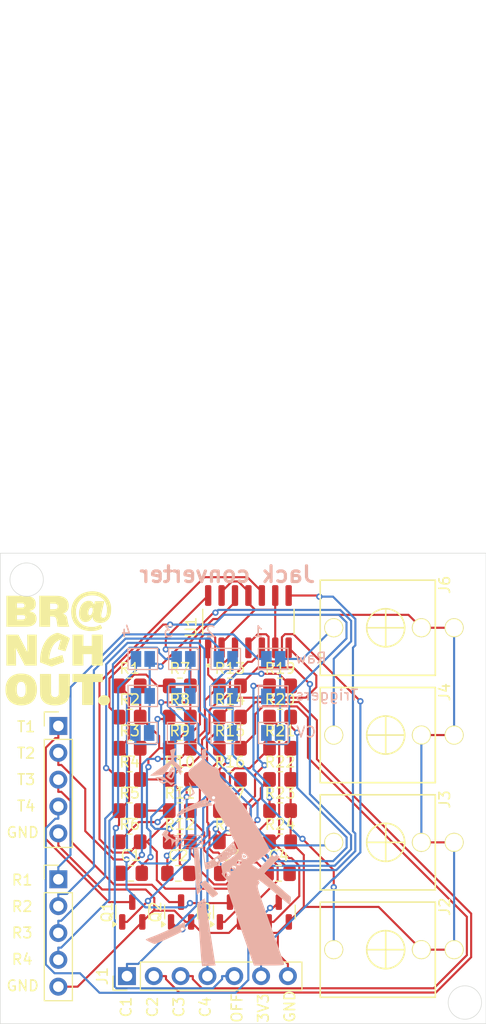
<source format=kicad_pcb>
(kicad_pcb (version 20240108) (generator "pcbnew") (generator_version "8.0")
  (layers (0 "F.Cu" signal) (31 "B.Cu" signal) (34 "B.Paste" user) (35 "F.Paste" user) (36 "B.SilkS" user "B.Silkscreen") (37 "F.SilkS" user "F.Silkscreen") (38 "B.Mask" user) (39 "F.Mask" user) (44 "Edge.Cuts" user))
  (net 0 "")
  (net 1 "Net-(C1-Pad2)")
  (net 2 "Net-(C1-Pad1)")
  (net 3 "Net-(C2-Pad1)")
  (net 4 "Net-(C2-Pad2)")
  (net 5 "Net-(C3-Pad2)")
  (net 6 "Net-(C3-Pad1)")
  (net 7 "Net-(C4-Pad1)")
  (net 8 "Net-(C4-Pad2)")
  (net 9 "/CV4_CVIN")
  (net 10 "GND")
  (net 11 "/3V3_CVIN")
  (net 12 "/CV2_CVIN")
  (net 13 "/OFFSET_CVIN")
  (net 14 "/CV1_CVIN")
  (net 15 "/CV3_CVIN")
  (net 16 "/JACK2")
  (net 17 "/JACK3")
  (net 18 "/JACK4")
  (net 19 "/JACK1")
  (net 20 "/RJACK3")
  (net 21 "/RJACK2")
  (net 22 "/RJACK1")
  (net 23 "/RJACK4")
  (net 24 "/TRIGINPUT3_TRIG")
  (net 25 "/TRIGINPUT4_TRIG")
  (net 26 "/TRIGINPUT2_TRIG")
  (net 27 "/TRIGINPUT1_TRIG")
  (net 28 "/TJACK1")
  (net 29 "/TJACK2")
  (net 30 "/TJACK3")
  (net 31 "/TJACK4")
  (net 32 "/CJACK1")
  (net 33 "/CJACK2")
  (net 34 "/CJACK3")
  (net 35 "/CJACK4")
  (net 36 "Net-(Q1-B)")
  (net 37 "Net-(Q2-B)")
  (net 38 "Net-(Q3-B)")
  (net 39 "Net-(Q4-B)")
  (footprint "Package_TO_SOT_SMD:SOT-23" (layer "F.Cu") (at 169.75 75.9375 90)
    (property "Reference" "Q3")
    (property "Value" "MMBT3904")
  )
  (footprint "Resistor_SMD:R_0805_2012Metric_Pad1.20x1.40mm_HandSolder" (layer "F.Cu") (at 165 66.35)
    (property "Reference" "R11")
    (property "Value" "33k")
  )
  (footprint "Capacitor_SMD:C_0805_2012Metric_Pad1.18x1.45mm_HandSolder" (layer "F.Cu") (at 174.3625 72.285)
    (property "Reference" "C4")
    (property "Value" "560p")
  )
  (footprint "Resistor_SMD:R_0805_2012Metric_Pad1.20x1.40mm_HandSolder" (layer "F.Cu") (at 174.5 57.5)
    (property "Reference" "R20")
    (property "Value" "100k")
  )
  (footprint "Resistor_SMD:R_0805_2012Metric_Pad1.20x1.40mm_HandSolder" (layer "F.Cu") (at 160.25 60.45)
    (property "Reference" "R3")
    (property "Value" "75k")
  )
  (footprint "Resistor_SMD:R_0805_2012Metric_Pad1.20x1.40mm_HandSolder" (layer "F.Cu") (at 160.25 66.35)
    (property "Reference" "R5")
    (property "Value" "75k")
  )
  (footprint "Connector_PinHeader_2.54mm:PinHeader_1x05_P2.54mm_Vertical" (layer "F.Cu") (at 153.5 58.34)
    (property "Reference" "J15" (hide yes))
    (property "Value" "Conn_01x05")
  )
  (footprint "Eurocad:PJ301M-12" (layer "F.Cu") (at 184.5 59.2 90)
    (property "Reference" "J4")
    (property "Value" "PJ301M-12")
  )
  (footprint "Eurocad:PJ301M-12" (layer "F.Cu") (at 184.5 79.5 90)
    (property "Reference" "J2")
    (property "Value" "PJ301M-12")
  )
  (footprint "Resistor_SMD:R_0805_2012Metric_Pad1.20x1.40mm_HandSolder" (layer "F.Cu") (at 165 54.55)
    (property "Reference" "R7")
    (property "Value" "75k")
  )
  (footprint "Resistor_SMD:R_0805_2012Metric_Pad1.20x1.40mm_HandSolder" (layer "F.Cu") (at 174.5 63.4)
    (property "Reference" "R22")
    (property "Value" "33k")
  )
  (footprint "Resistor_SMD:R_0805_2012Metric_Pad1.20x1.40mm_HandSolder" (layer "F.Cu") (at 165 69.3)
    (property "Reference" "R12")
    (property "Value" "33k")
  )
  (footprint "Resistor_SMD:R_0805_2012Metric_Pad1.20x1.40mm_HandSolder" (layer "F.Cu") (at 160.25 57.5)
    (property "Reference" "R2")
    (property "Value" "100k")
  )
  (footprint "Resistor_SMD:R_0805_2012Metric_Pad1.20x1.40mm_HandSolder" (layer "F.Cu") (at 169.75 57.5)
    (property "Reference" "R14")
    (property "Value" "100")
  )
  (footprint "Resistor_SMD:R_0805_2012Metric_Pad1.20x1.40mm_HandSolder" (layer "F.Cu") (at 169.75 63.4)
    (property "Reference" "R16")
    (property "Value" "100")
  )
  (footprint "LOGO" (layer "F.Cu") (at 153.5 51)
    (property "Reference" "G***" (hide yes))
    (property "Value" "LOGO" (hide yes))
  )
  (footprint "Resistor_SMD:R_0805_2012Metric_Pad1.20x1.40mm_HandSolder" (layer "F.Cu") (at 160.25 69.3)
    (property "Reference" "R6")
    (property "Value" "100k")
  )
  (footprint "Connector_PinHeader_2.54mm:PinHeader_1x05_P2.54mm_Vertical" (layer "F.Cu") (at 153.5 72.84)
    (property "Reference" "J10" (hide yes))
    (property "Value" "Conn_01x05")
  )
  (footprint "Package_TO_SOT_SMD:SOT-23" (layer "F.Cu") (at 160.5 75.9375 90)
    (property "Reference" "Q1")
    (property "Value" "MMBT3904")
  )
  (footprint "Package_TO_SOT_SMD:SOT-23" (layer "F.Cu") (at 174.375 75.9375 90)
    (property "Reference" "Q4")
    (property "Value" "MMBT3904")
  )
  (footprint "Connector_PinHeader_2.54mm:PinHeader_1x07_P2.54mm_Vertical" (layer "F.Cu") (at 160 82 90)
    (property "Reference" "J1")
    (property "Value" "Conn_01x07")
  )
  (footprint "Resistor_SMD:R_0805_2012Metric_Pad1.20x1.40mm_HandSolder" (layer "F.Cu") (at 169.75 69.3)
    (property "Reference" "R18")
    (property "Value" "100k")
  )
  (footprint "Resistor_SMD:R_0805_2012Metric_Pad1.20x1.40mm_HandSolder" (layer "F.Cu") (at 165 57.5)
    (property "Reference" "R8")
    (property "Value" "100k")
  )
  (footprint "Resistor_SMD:R_0805_2012Metric_Pad1.20x1.40mm_HandSolder" (layer "F.Cu") (at 165 60.45)
    (property "Reference" "R9")
    (property "Value" "33k")
  )
  (footprint "Resistor_SMD:R_0805_2012Metric_Pad1.20x1.40mm_HandSolder" (layer "F.Cu") (at 169.75 54.55)
    (property "Reference" "R13")
    (property "Value" "100")
  )
  (footprint "Resistor_SMD:R_0805_2012Metric_Pad1.20x1.40mm_HandSolder" (layer "F.Cu") (at 160.25 63.4)
    (property "Reference" "R4")
    (property "Value" "100k")
  )
  (footprint "Resistor_SMD:R_0805_2012Metric_Pad1.20x1.40mm_HandSolder" (layer "F.Cu") (at 174.5 69.3)
    (property "Reference" "R24")
    (property "Value" "33k")
  )
  (footprint "Resistor_SMD:R_0805_2012Metric_Pad1.20x1.40mm_HandSolder" (layer "F.Cu") (at 174.5 66.35)
    (property "Reference" "R23")
    (property "Value" "33k")
  )
  (footprint "Resistor_SMD:R_0805_2012Metric_Pad1.20x1.40mm_HandSolder" (layer "F.Cu") (at 174.5 60.45)
    (property "Reference" "R21")
    (property "Value" "33k")
  )
  (footprint "Package_TO_SOT_SMD:SOT-23" (layer "F.Cu") (at 165.125 75.9375 90)
    (property "Reference" "Q2")
    (property "Value" "MMBT3904")
  )
  (footprint "Capacitor_SMD:C_0805_2012Metric_Pad1.18x1.45mm_HandSolder" (layer "F.Cu") (at 169.8625 72.285)
    (property "Reference" "C3")
    (property "Value" "560p")
  )
  (footprint "Eurocad:PJ301M-12" (layer "F.Cu") (at 184.5 49.05 90)
    (property "Reference" "J6")
    (property "Value" "PJ301M-12")
  )
  (footprint "Eurocad:PJ301M-12" (layer "F.Cu") (at 184.5 69.35 90)
    (property "Reference" "J3")
    (property "Value" "PJ301M-12")
  )
  (footprint "Capacitor_SMD:C_0805_2012Metric_Pad1.18x1.45mm_HandSolder" (layer "F.Cu") (at 164.8625 72.285)
    (property "Reference" "C2")
    (property "Value" "560p")
  )
  (footprint "Capacitor_SMD:C_0805_2012Metric_Pad1.18x1.45mm_HandSolder" (layer "F.Cu") (at 160.3625 72.275)
    (property "Reference" "C1")
    (property "Value" "560p")
  )
  (footprint "Resistor_SMD:R_0805_2012Metric_Pad1.20x1.40mm_HandSolder" (layer "F.Cu") (at 169.75 66.35)
    (property "Reference" "R17")
    (property "Value" "100k")
  )
  (footprint "Resistor_SMD:R_0805_2012Metric_Pad1.20x1.40mm_HandSolder" (layer "F.Cu") (at 165 63.4)
    (property "Reference" "R10")
    (property "Value" "33k")
  )
  (footprint "Resistor_SMD:R_0805_2012Metric_Pad1.20x1.40mm_HandSolder" (layer "F.Cu") (at 160.25 54.55)
    (property "Reference" "R1")
    (property "Value" "75k")
  )
  (footprint "Resistor_SMD:R_0805_2012Metric_Pad1.20x1.40mm_HandSolder" (layer "F.Cu") (at 174.5 54.55)
    (property "Reference" "R19")
    (property "Value" "100k")
  )
  (footprint "Resistor_SMD:R_0805_2012Metric_Pad1.20x1.40mm_HandSolder" (layer "F.Cu") (at 169.75 60.45)
    (property "Reference" "R15")
    (property "Value" "100")
  )
  (footprint "OPA4172IDR:SOIC127P600X175-14N" (layer "F.Cu") (at 171.5 48.475 90)
    (property "Reference" "U1")
    (property "Value" "OPA4172IDR")
  )
  (footprint "Jumper:SolderJumper-2_P1.3mm_Open_Pad1.0x1.5mm" (layer "B.Cu") (at 165.35 52 180)
    (property "Reference" "JP3" (hide yes))
    (property "Value" "SolderJumper_2_Open")
  )
  (footprint "Jumper:SolderJumper-2_P1.3mm_Open_Pad1.0x1.5mm" (layer "B.Cu") (at 161.5 52 180)
    (property "Reference" "JP4" (hide yes))
    (property "Value" "SolderJumper_2_Open")
  )
  (footprint "Jumper:SolderJumper-2_P1.3mm_Open_Pad1.0x1.5mm" (layer "B.Cu") (at 161.45 59 180)
    (property "Reference" "JP12" (hide yes))
    (property "Value" "SolderJumper_2_Open")
  )
  (footprint "Jumper:SolderJumper-2_P1.3mm_Open_Pad1.0x1.5mm" (layer "B.Cu") (at 173.85 52 180)
    (property "Reference" "JP1" (hide yes))
    (property "Value" "SolderJumper_2_Open")
  )
  (footprint "Jumper:SolderJumper-2_P1.3mm_Open_Pad1.0x1.5mm" (layer "B.Cu") (at 173.85 59 180)
    (property "Reference" "JP9" (hide yes))
    (property "Value" "SolderJumper_2_Open")
  )
  (footprint "Jumper:SolderJumper-2_P1.3mm_Open_Pad1.0x1.5mm" (layer "B.Cu") (at 165.2256 59.0035 180)
    (property "Reference" "JP11" (hide yes))
    (property "Value" "SolderJumper_2_Open")
  )
  (footprint "Jumper:SolderJumper-2_P1.3mm_Open_Pad1.0x1.5mm" (layer "B.Cu") (at 165.35 55.5 180)
    (property "Reference" "JP7" (hide yes))
    (property "Value" "SolderJumper_2_Open")
  )
  (footprint "Jumper:SolderJumper-2_P1.3mm_Open_Pad1.0x1.5mm" (layer "B.Cu") (at 169.35 52 180)
    (property "Reference" "JP2" (hide yes))
    (property "Value" "SolderJumper_2_Open")
  )
  (footprint "Jumper:SolderJumper-2_P1.3mm_Open_Pad1.0x1.5mm" (layer "B.Cu") (at 161.5 55.5 180)
    (property "Reference" "JP8" (hide yes))
    (property "Value" "SolderJumper_2_Open")
  )
  (footprint "LOGO" (layer "B.Cu") (at 166 70.5 180)
    (property "Reference" "Jack converter")
    (property "Value" "LOGO" (hide yes))
  )
  (footprint "Jumper:SolderJumper-2_P1.3mm_Open_Pad1.0x1.5mm" (layer "B.Cu") (at 173.85 55.55 180)
    (property "Reference" "JP5" (hide yes))
    (property "Value" "SolderJumper_2_Open")
  )
  (footprint "Jumper:SolderJumper-2_P1.3mm_Open_Pad1.0x1.5mm" (layer "B.Cu") (at 169.35 55.5 180)
    (property "Reference" "JP6" (hide yes))
    (property "Value" "SolderJumper_2_Open")
  )
  (footprint "Jumper:SolderJumper-2_P1.3mm_Open_Pad1.0x1.5mm" (layer "B.Cu") (at 169.35 59 180)
    (property "Reference" "JP10" (hide yes))
    (property "Value" "SolderJumper_2_Open")
  )
  (gr_circle (center 192 84.5) (end 192.5 83) (stroke (width 0.05)) (fill none) (layer "Edge.Cuts"))
  (gr_rect (start 148 42) (end 194 86.5) (stroke (width 0.05)) (fill none) (layer "Edge.Cuts"))
  (gr_circle (center 150.5 44.5) (end 152 45) (stroke (width 0.05)) (fill none) (layer "Edge.Cuts"))
  (gr_text "3\n" (at 164.5 50 0) (layer "B.SilkS") (effects (font (size 1 1)) (justify left bottom mirror)))
  (gr_text "CV" (at 178 59.5 0) (layer "B.SilkS") (effects (font (size 1 1)) (justify left bottom mirror)))
  (gr_text "Triggers\n" (at 182 56 0) (layer "B.SilkS") (effects (font (size 1 1)) (justify left bottom mirror)))
  (gr_text "2\n" (at 168.5 50 0) (layer "B.SilkS") (effects (font (size 1 1)) (justify left bottom mirror)))
  (gr_text "1" (at 173 50 0) (layer "B.SilkS") (effects (font (size 1 1)) (justify left bottom mirror)))
  (gr_text "4" (at 160.5 50 0) (layer "B.SilkS") (effects (font (size 1 1)) (justify left bottom mirror)))
  (gr_text "Raw" (at 179 52.5 0) (layer "B.SilkS") (effects (font (size 1 1)) (justify left bottom mirror)))
  (gr_text "C3" (at 165.5 86 90) (layer "F.SilkS") (effects (font (size 1 1)) (justify left bottom)))
  (gr_text "T1" (at 149.5 59 0) (layer "F.SilkS") (effects (font (size 1 1)) (justify left bottom)))
  (gr_text "T4\n" (at 149.5 66.5 0) (layer "F.SilkS") (effects (font (size 1 1)) (justify left bottom)))
  (gr_text "GND\n" (at 176 86.5 90) (layer "F.SilkS") (effects (font (size 1 1)) (justify left bottom)))
  (gr_text "OFF\n" (at 171 86.5 90) (layer "F.SilkS") (effects (font (size 1 1)) (justify left bottom)))
  (gr_text "T3" (at 149.5 64 0) (layer "F.SilkS") (effects (font (size 1 1)) (justify left bottom)))
  (gr_text "R4\n" (at 149 81 0) (layer "F.SilkS") (effects (font (size 1 1)) (justify left bottom)))
  (gr_text "3V3" (at 173.5 86.5 90) (layer "F.SilkS") (effects (font (size 1 1)) (justify left bottom)))
  (gr_text "R3" (at 149 78.5 0) (layer "F.SilkS") (effects (font (size 1 1)) (justify left bottom)))
  (gr_text "GND" (at 148.5 83.5 0) (layer "F.SilkS") (effects (font (size 1 1)) (justify left bottom)))
  (gr_text "C1" (at 160.5 86 90) (layer "F.SilkS") (effects (font (size 1 1)) (justify left bottom)))
  (gr_text "R1\n" (at 149 73.5 0) (layer "F.SilkS") (effects (font (size 1 1)) (justify left bottom)))
  (gr_text "C4" (at 168 86 90) (layer "F.SilkS") (effects (font (size 1 1)) (justify left bottom)))
  (gr_text "C2" (at 163 86 90) (layer "F.SilkS") (effects (font (size 1 1)) (justify left bottom)))
  (gr_text "R2" (at 149 76 0) (layer "F.SilkS") (effects (font (size 1 1)) (justify left bottom)))
  (gr_text "GND\n" (at 148.5 69 0) (layer "F.SilkS") (effects (font (size 1 1)) (justify left bottom)))
  (gr_text "T2\n" (at 149.5 61.5 0) (layer "F.SilkS") (effects (font (size 1 1)) (justify left bottom)))
  (segment (start 163.0451 60.45) (end 163.0451 59.2951) (width 0.2) (layer "F.Cu") (net 1))
  (segment (start 163.0451 60.45) (end 164 60.45) (width 0.2) (layer "F.Cu") (net 1))
  (segment (start 170.23 51.3484) (end 169.3134 52.265) (width 0.2) (layer "F.Cu") (net 1))
  (segment (start 162.0283 61.4668) (end 163.0451 60.45) (width 0.2) (layer "F.Cu") (net 1))
  (segment (start 168.5886 52.265) (end 168.3577 52.0341) (width 0.2) (layer "F.Cu") (net 1))
  (segment (start 170.23 50.95) (end 170.23 51.3484) (width 0.2) (layer "F.Cu") (net 1))
  (segment (start 166.9058 58.1915) (end 166.1223 58.975) (width 0.2) (layer "F.Cu") (net 1))
  (segment (start 168.3577 49.9829) (end 168.0018 49.627) (width 0.2) (layer "F.Cu") (net 1))
  (segment (start 163.0451 59.2951) (end 161.25 57.5) (width 0.2) (layer "F.Cu") (net 1))
  (segment (start 168.3577 52.0341) (end 168.3577 49.9829) (width 0.2) (layer "F.Cu") (net 1))
  (segment (start 165.475 58.975) (end 164 60.45) (width 0.2) (layer "F.Cu") (net 1))
  (segment (start 161.25 57.5) (end 161.25 54.55) (width 0.2) (layer "F.Cu") (net 1))
  (segment (start 166.9058 50.086) (end 166.9058 58.1915) (width 0.2) (layer "F.Cu") (net 1))
  (segment (start 161.4 72.275) (end 161.4 71.5613) (width 0.2) (layer "F.Cu") (net 1))
  (segment (start 162.0283 62.2236) (end 162.0283 61.4668) (width 0.2) (layer "F.Cu") (net 1))
  (segment (start 166.1223 58.975) (end 165.475 58.975) (width 0.2) (layer "F.Cu") (net 1))
  (segment (start 169.3134 52.265) (end 168.5886 52.265) (width 0.2) (layer "F.Cu") (net 1))
  (segment (start 167.3648 49.627) (end 166.9058 50.086) (width 0.2) (layer "F.Cu") (net 1))
  (segment (start 168.0018 49.627) (end 167.3648 49.627) (width 0.2) (layer "F.Cu") (net 1))
  (segment (start 161.4 71.5613) (end 162.2253 70.736) (width 0.2) (layer "F.Cu") (net 1))
  (via (at 162.0283 62.2236) (size 0.6) (drill 0.3) (layers "F.Cu" "B.Cu") (net 1))
  (via (at 162.2253 70.736) (size 0.6) (drill 0.3) (layers "F.Cu" "B.Cu") (net 1))
  (segment (start 161.8903 67.9818) (end 162.2253 68.3168) (width 0.2) (layer "B.Cu") (net 1))
  (segment (start 161.8903 62.3616) (end 161.8903 67.9818) (width 0.2) (layer "B.Cu") (net 1))
  (segment (start 162.2253 68.3168) (end 162.2253 70.736) (width 0.2) (layer "B.Cu") (net 1))
  (segment (start 162.0283 62.2236) (end 161.8903 62.3616) (width 0.2) (layer "B.Cu") (net 1))
  (segment (start 167.3819 55.9181) (end 167.3819 58.7782) (width 0.2) (layer "F.Cu") (net 2))
  (segment (start 167.69 53.49) (end 168.75 54.55) (width 0.2) (layer "F.Cu") (net 2))
  (segment (start 164.9967 61.4533) (end 162.9151 61.4533) (width 0.2) (layer "F.Cu") (net 2))
  (segment (start 159.325 72.275) (end 159.6713 72.275) (width 0.2) (layer "F.Cu") (net 2))
  (segment (start 159.6713 72.275) (end 161.4135 70.5328) (width 0.2) (layer "F.Cu") (net 2))
  (segment (start 166 60.45) (end 164.9967 61.4533) (width 0.2) (layer "F.Cu") (net 2))
  (segment (start 167.69 50.95) (end 167.69 53.49) (width 0.2) (layer "F.Cu") (net 2))
  (segment (start 167.3819 58.7782) (end 166 60.1601) (width 0.2) (layer "F.Cu") (net 2))
  (segment (start 168.75 54.55) (end 167.3819 55.9181) (width 0.2) (layer "F.Cu") (net 2))
  (segment (start 166 60.1601) (end 166 60.45) (width 0.2) (layer "F.Cu") (net 2))
  (via (at 161.4135 70.5328) (size 0.6) (drill 0.3) (layers "F.Cu" "B.Cu") (net 2))
  (via (at 162.9151 61.4533) (size 0.6) (drill 0.3) (layers "F.Cu" "B.Cu") (net 2))
  (segment (start 161.4135 61.9842) (end 161.9444 61.4533) (width 0.2) (layer "B.Cu") (net 2))
  (segment (start 161.9444 61.4533) (end 162.9151 61.4533) (width 0.2) (layer "B.Cu") (net 2))
  (segment (start 161.4135 70.5328) (end 161.4135 61.9842) (width 0.2) (layer "B.Cu") (net 2))
  (segment (start 176.938 55.6658) (end 170.5842 55.6658) (width 0.2) (layer "F.Cu") (net 3))
  (segment (start 175.31 50.95) (end 177.9305 53.5705) (width 0.2) (layer "F.Cu") (net 3))
  (segment (start 167.5773 61.8227) (end 166 63.4) (width 0.2) (layer "F.Cu") (net 3))
  (segment (start 165.6535 63.7465) (end 165.6535 65.049) (width 0.2) (layer "F.Cu") (net 3))
  (segment (start 166 63.4) (end 165.6535 63.7465) (width 0.2) (layer "F.Cu") (net 3))
  (segment (start 177.9305 53.5705) (end 177.9305 54.6733) (width 0.2) (layer "F.Cu") (net 3))
  (segment (start 168.75 57.5) (end 168.75 58.6172) (width 0.2) (layer "F.Cu") (net 3))
  (segment (start 167.5773 59.7899) (end 167.5773 61.8227) (width 0.2) (layer "F.Cu") (net 3))
  (segment (start 168.75 58.6172) (end 167.5773 59.7899) (width 0.2) (layer "F.Cu") (net 3))
  (segment (start 163.7758 70.6167) (end 163.825 70.6659) (width 0.2) (layer "F.Cu") (net 3))
  (segment (start 163.825 70.6659) (end 163.825 72.285) (width 0.2) (layer "F.Cu") (net 3))
  (segment (start 170.5842 55.6658) (end 168.75 57.5) (width 0.2) (layer "F.Cu") (net 3))
  (segment (start 177.9305 54.6733) (end 176.938 55.6658) (width 0.2) (layer "F.Cu") (net 3))
  (via (at 163.7758 70.6167) (size 0.6) (drill 0.3) (layers "F.Cu" "B.Cu") (net 3))
  (via (at 165.6535 65.049) (size 0.6) (drill 0.3) (layers "F.Cu" "B.Cu") (net 3))
  (segment (start 165.6535 68.739) (end 163.7758 70.6167) (width 0.2) (layer "B.Cu") (net 3))
  (segment (start 165.6535 65.049) (end 165.6535 68.739) (width 0.2) (layer "B.Cu") (net 3))
  (segment (start 168.6238 56.025) (end 167.8163 56.8325) (width 0.2) (layer "F.Cu") (net 4))
  (segment (start 167.8163 56.8325) (end 167.8163 58.9474) (width 0.2) (layer "F.Cu") (net 4))
  (segment (start 172.77 50.95) (end 172.77 51.318) (width 0.2) (layer "F.Cu") (net 4))
  (segment (start 171.4419 52.2688) (end 169.75 53.9607) (width 0.2) (layer "F.Cu") (net 4))
  (segment (start 167.8163 58.9474) (end 167.1071 59.6566) (width 0.2) (layer "F.Cu") (net 4))
  (segment (start 161.25 60.45) (end 161.25 63.4) (width 0.2) (layer "F.Cu") (net 4))
  (segment (start 165.3465 62.0535) (end 164 63.4) (width 0.2) (layer "F.Cu") (net 4))
  (segment (start 169.75 55.1571) (end 168.8821 56.025) (width 0.2) (layer "F.Cu") (net 4))
  (segment (start 169.75 53.9607) (end 169.75 55.1571) (width 0.2) (layer "F.Cu") (net 4))
  (segment (start 164 63.4) (end 161.25 63.4) (width 0.2) (layer "F.Cu") (net 4))
  (segment (start 172.77 51.318) (end 171.8192 52.2688) (width 0.2) (layer "F.Cu") (net 4))
  (segment (start 164 63.4) (end 165 64.4) (width 0.2) (layer "F.Cu") (net 4))
  (segment (start 165 71.385) (end 165.9 72.285) (width 0.2) (layer "F.Cu") (net 4))
  (segment (start 167.1071 60.9741) (end 166.0277 62.0535) (width 0.2) (layer "F.Cu") (net 4))
  (segment (start 171.8192 52.2688) (end 171.4419 52.2688) (width 0.2) (layer "F.Cu") (net 4))
  (segment (start 167.1071 59.6566) (end 167.1071 60.9741) (width 0.2) (layer "F.Cu") (net 4))
  (segment (start 166.0277 62.0535) (end 165.3465 62.0535) (width 0.2) (layer "F.Cu") (net 4))
  (segment (start 165 64.4) (end 165 71.385) (width 0.2) (layer "F.Cu") (net 4))
  (segment (start 168.8821 56.025) (end 168.6238 56.025) (width 0.2) (layer "F.Cu") (net 4))
  (segment (start 162.827 70.2351) (end 162.827 72.9173) (width 0.2) (layer "F.Cu") (net 5))
  (segment (start 157.3978 69.0488) (end 158.6642 70.3152) (width 0.2) (layer "F.Cu") (net 5))
  (segment (start 161.25 69.3) (end 161.8919 69.3) (width 0.2) (layer "F.Cu") (net 5))
  (segment (start 161.8919 69.3) (end 164 67.1919) (width 0.2) (layer "F.Cu") (net 5))
  (segment (start 164 67.1919) (end 164 66.35) (width 0.2) (layer "F.Cu") (net 5))
  (segment (start 162.827 72.9173) (end 163.6427 73.733) (width 0.2) (layer "F.Cu") (net 5))
  (segment (start 172.77 45.6382) (end 171.4003 44.2685) (width 0.2) (layer "F.Cu") (net 5))
  (segment (start 158.6642 70.3152) (end 160.2348 70.3152) (width 0.2) (layer "F.Cu") (net 5))
  (segment (start 160.2348 70.3152) (end 161.25 69.3) (width 0.2) (layer "F.Cu") (net 5))
  (segment (start 172.77 46) (end 172.77 45.6382) (width 0.2) (layer "F.Cu") (net 5))
  (segment (start 157.3978 54.2079) (end 157.3978 69.0488) (width 0.2) (layer "F.Cu") (net 5))
  (segment (start 170.9 72.427) (end 170.9 72.285) (width 0.2) (layer "F.Cu") (net 5))
  (segment (start 167.3372 44.2685) (end 157.3978 54.2079) (width 0.2) (layer "F.Cu") (net 5))
  (segment (start 169.594 73.733) (end 170.9 72.427) (width 0.2) (layer "F.Cu") (net 5))
  (segment (start 163.6427 73.733) (end 169.594 73.733) (width 0.2) (layer "F.Cu") (net 5))
  (segment (start 161.8919 69.3) (end 162.827 70.2351) (width 0.2) (layer "F.Cu") (net 5))
  (segment (start 171.4003 44.2685) (end 167.3372 44.2685) (width 0.2) (layer "F.Cu") (net 5))
  (segment (start 161.25 66.35) (end 164 66.35) (width 0.2) (layer "F.Cu") (net 5))
  (segment (start 167.3157 70.0993) (end 168.2507 71.0343) (width 0.2) (layer "F.Cu") (net 6))
  (segment (start 166.9027 63.4445) (end 168.75 61.5972) (width 0.2) (layer "F.Cu") (net 6))
  (segment (start 175.31 46) (end 178.113 46) (width 0.2) (layer "F.Cu") (net 6))
  (segment (start 178.113 46) (end 178.2188 46.1058) (width 0.2) (layer "F.Cu") (net 6))
  (segment (start 166.9027 65.4473) (end 166.9027 63.4445) (width 0.2) (layer "F.Cu") (net 6))
  (segment (start 166 66.35) (end 166 67.0995) (width 0.2) (layer "F.Cu") (net 6))
  (segment (start 167.3157 68.4152) (end 167.3157 70.0993) (width 0.2) (layer "F.Cu") (net 6))
  (segment (start 168.5133 71.9733) (end 168.825 72.285) (width 0.2) (layer "F.Cu") (net 6))
  (segment (start 168.2507 71.0343) (end 168.5133 71.0343) (width 0.2) (layer "F.Cu") (net 6))
  (segment (start 168.75 61.5972) (end 168.75 60.45) (width 0.2) (layer "F.Cu") (net 6))
  (segment (start 168.5133 71.0343) (end 168.5133 71.9733) (width 0.2) (layer "F.Cu") (net 6))
  (segment (start 166 67.0995) (end 167.3157 68.4152) (width 0.2) (layer "F.Cu") (net 6))
  (segment (start 166 66.35) (end 166.9027 65.4473) (width 0.2) (layer "F.Cu") (net 6))
  (via (at 168.5133 71.0343) (size 0.6) (drill 0.3) (layers "F.Cu" "B.Cu") (net 6))
  (via (at 178.2188 46.1058) (size 0.6) (drill 0.3) (layers "F.Cu" "B.Cu") (net 6))
  (segment (start 181.6317 50.706) (end 181.6317 48.2316) (width 0.2) (layer "B.Cu") (net 6))
  (segment (start 181.3984 50.9393) (end 181.6317 50.706) (width 0.2) (layer "B.Cu") (net 6))
  (segment (start 181.6247 70.1724) (end 181.6247 68.515) (width 0.2) (layer "B.Cu") (net 6))
  (segment (start 168.5133 71.0343) (end 169.4515 71.9725) (width 0.2) (layer "B.Cu") (net 6))
  (segment (start 169.4515 71.9725) (end 179.8246 71.9725) (width 0.2) (layer "B.Cu") (net 6))
  (segment (start 181.3984 68.2887) (end 181.3984 50.9393) (width 0.2) (layer "B.Cu") (net 6))
  (segment (start 179.5059 46.1058) (end 178.2188 46.1058) (width 0.2) (layer "B.Cu") (net 6))
  (segment (start 179.8246 71.9725) (end 181.6247 70.1724) (width 0.2) (layer "B.Cu") (net 6))
  (segment (start 181.6247 68.515) (end 181.3984 68.2887) (width 0.2) (layer "B.Cu") (net 6))
  (segment (start 181.6317 48.2316) (end 179.5059 46.1058) (width 0.2) (layer "B.Cu") (net 6))
  (segment (start 168.75 63.4) (end 167.5979 64.5521) (width 0.2) (layer "F.Cu") (net 7))
  (segment (start 166 70.3433) (end 166 69.3) (width 0.2) (layer "F.Cu") (net 7))
  (segment (start 167.7103 68.2418) (end 167.8107 68.3422) (width 0.2) (layer "F.Cu") (net 7))
  (segment (start 163.6753 50.0147) (end 163.6753 51.0974) (width 0.2) (layer "F.Cu") (net 7))
  (segment (start 167.5979 64.5521) (end 167.5979 67.4304) (width 0.2) (layer "F.Cu") (net 7))
  (segment (start 168.1695 70.3172) (end 168.6471 70.3172) (width 0.2) (layer "F.Cu") (net 7))
  (segment (start 169.8257 72.8977) (end 169.3921 73.3313) (width 0.2) (layer "F.Cu") (net 7))
  (segment (start 169.8257 71.4958) (end 170.0764 71.2451) (width 0.2) (layer "F.Cu") (net 7))
  (segment (start 168.6471 70.3172) (end 169.8257 71.4958) (width 0.2) (layer "F.Cu") (net 7))
  (segment (start 167.5979 67.4304) (end 167.7103 67.5428) (width 0.2) (layer "F.Cu") (net 7))
  (segment (start 166.9155 71.2588) (end 166 70.3433) (width 0.2) (layer "F.Cu") (net 7))
  (segment (start 168.2551 73.3313) (end 166.9155 71.9917) (width 0.2) (layer "F.Cu") (net 7))
  (segment (start 167.69 46) (end 163.6753 50.0147) (width 0.2) (layer "F.Cu") (net 7))
  (segment (start 172.2851 71.2451) (end 173.325 72.285) (width 0.2) (layer "F.Cu") (net 7))
  (segment (start 166.9155 71.9917) (end 166.9155 71.2588) (width 0.2) (layer "F.Cu") (net 7))
  (segment (start 168.75 62.4459) (end 169.5498 61.6461) (width 0.2) (layer "F.Cu") (net 7))
  (segment (start 169.3921 73.3313) (end 168.2551 73.3313) (width 0.2) (layer "F.Cu") (net 7))
  (segment (start 167.8107 68.3422) (end 167.8107 69.9584) (width 0.2) (layer "F.Cu") (net 7))
  (segment (start 167.8107 69.9584) (end 168.1695 70.3172) (width 0.2) (layer "F.Cu") (net 7))
  (segment (start 170.0764 71.2451) (end 172.2851 71.2451) (width 0.2) (layer "F.Cu") (net 7))
  (segment (start 167.7103 67.5428) (end 167.7103 68.2418) (width 0.2) (layer "F.Cu") (net 7))
  (segment (start 169.8257 71.4958) (end 169.8257 72.8977) (width 0.2) (layer "F.Cu") (net 7))
  (segment (start 168.75 63.4) (end 168.75 62.4459) (width 0.2) (layer "F.Cu") (net 7))
  (via (at 163.6753 51.0974) (size 0.6) (drill 0.3) (layers "F.Cu" "B.Cu") (net 7))
  (via (at 169.5498 61.6461) (size 0.6) (drill 0.3) (layers "F.Cu" "B.Cu") (net 7))
  (segment (start 163.8244 50.9483) (end 163.6753 51.0974) (width 0.2) (layer "B.Cu") (net 7))
  (segment (start 167.5495 57.6915) (end 166.8017 56.9437) (width 0.2) (layer "B.Cu") (net 7))
  (segment (start 167.5495 59.6458) (end 167.5495 57.6915) (width 0.2) (layer "B.Cu") (net 7))
  (segment (start 166.8017 51.125) (end 166.625 50.9483) (width 0.2) (layer "B.Cu") (net 7))
  (segment (start 166.625 50.9483) (end 163.8244 50.9483) (width 0.2) (layer "B.Cu") (net 7))
  (segment (start 169.5498 61.6461) (end 167.5495 59.6458) (width 0.2) (layer "B.Cu") (net 7))
  (segment (start 166.8017 56.9437) (end 166.8017 51.125) (width 0.2) (layer "B.Cu") (net 7))
  (segment (start 168.6295 48.2254) (end 170.23 46.6249) (width 0.2) (layer "F.Cu") (net 8))
  (segment (start 166 56.109) (end 166 54.55) (width 0.2) (layer "F.Cu") (net 8))
  (segment (start 166 54.55) (end 166 50.3883) (width 0.2) (layer "F.Cu") (net 8))
  (segment (start 166 57.5) (end 166 56.109) (width 0.2) (layer "F.Cu") (net 8))
  (segment (start 166 50.3883) (end 168.1629 48.2254) (width 0.2) (layer "F.Cu") (net 8))
  (segment (start 166 56.109) (end 163.2358 56.109) (width 0.2) (layer "F.Cu") (net 8))
  (segment (start 175.4 71.977) (end 173.9443 70.5213) (width 0.2) (layer "F.Cu") (net 8))
  (segment (start 168.1629 48.2254) (end 168.6295 48.2254) (width 0.2) (layer "F.Cu") (net 8))
  (segment (start 170.23 46.6249) (end 170.23 46) (width 0.2) (layer "F.Cu") (net 8))
  (segment (start 164 68.1323) (end 164.0557 68.0766) (width 0.2) (layer "F.Cu") (net 8))
  (segment (start 175.4 72.285) (end 175.4 71.977) (width 0.2) (layer "F.Cu") (net 8))
  (segment (start 164 69.3) (end 164 68.1323) (width 0.2) (layer "F.Cu") (net 8))
  (via (at 163.2358 56.109) (size 0.6) (drill 0.3) (layers "F.Cu" "B.Cu") (net 8))
  (via (at 164.0557 68.0766) (size 0.6) (drill 0.3) (layers "F.Cu" "B.Cu") (net 8))
  (via (at 173.9443 70.5213) (size 0.6) (drill 0.3) (layers "F.Cu" "B.Cu") (net 8))
  (segment (start 162.2946 66.95) (end 162.2946 67.6993) (width 0.2) (layer "B.Cu") (net 8))
  (segment (start 163.2358 56.109) (end 163.2358 57.1117) (width 0.2) (layer "B.Cu") (net 8))
  (segment (start 163.5244 57.4003) (end 163.5244 65.7202) (width 0.2) (layer "B.Cu") (net 8))
  (segment (start 168.6702 64.1084) (end 170.6702 66.1084) (width 0.2) (layer "B.Cu") (net 8))
  (segment (start 162.2946 67.6993) (end 162.6719 68.0766) (width 0.2) (layer "B.Cu") (net 8))
  (segment (start 163.2358 57.1117) (end 163.5244 57.4003) (width 0.2) (layer "B.Cu") (net 8))
  (segment (start 170.6702 66.1084) (end 170.6702 66.9749) (width 0.2) (layer "B.Cu") (net 8))
  (segment (start 164.0557 68.0766) (end 165.0146 67.1177) (width 0.2) (layer "B.Cu") (net 8))
  (segment (start 165.7097 64.1084) (end 168.6702 64.1084) (width 0.2) (layer "B.Cu") (net 8))
  (segment (start 170.6702 66.9749) (end 173.9443 70.249) (width 0.2) (layer "B.Cu") (net 8))
  (segment (start 165.0146 67.1177) (end 165.0146 64.8035) (width 0.2) (layer "B.Cu") (net 8))
  (segment (start 165.0146 64.8035) (end 165.7097 64.1084) (width 0.2) (layer "B.Cu") (net 8))
  (segment (start 162.6719 68.0766) (end 164.0557 68.0766) (width 0.2) (layer "B.Cu") (net 8))
  (segment (start 163.5244 65.7202) (end 162.2946 66.95) (width 0.2) (layer "B.Cu") (net 8))
  (segment (start 173.9443 70.249) (end 173.9443 70.5213) (width 0.2) (layer "B.Cu") (net 8))
  (segment (start 170.75 64.316) (end 170.75 63.4) (width 0.2) (layer "F.Cu") (net 9))
  (segment (start 169.5939 68.007) (end 169.7499 67.851) (width 0.2) (layer "F.Cu") (net 9))
  (segment (start 169.7499 67.851) (end 169.7499 65.3161) (width 0.2) (layer "F.Cu") (net 9))
  (segment (start 169.7499 65.3161) (end 170.75 64.316) (width 0.2) (layer "F.Cu") (net 9))
  (via (at 169.5939 68.007) (size 0.6) (drill 0.3) (layers "F.Cu" "B.Cu") (net 9))
  (segment (start 167.62 69.9809) (end 169.5939 68.007) (width 0.2) (layer "B.Cu") (net 9))
  (segment (start 167.62 82) (end 167.62 80.8483) (width 0.2) (layer "B.Cu") (net 9))
  (segment (start 167.62 80.8483) (end 167.62 69.9809) (width 0.2) (layer "B.Cu") (net 9))
  (segment (start 174.2852 77.9148) (end 174.2852 79.8935) (width 0.2) (layer "F.Cu") (net 10))
  (segment (start 168.96 50.5079) (end 168.96 50.95) (width 0.2) (layer "F.Cu") (net 10))
  (segment (start 168.96 45.6453) (end 168.96 46) (width 0.2) (layer "F.Cu") (net 10))
  (segment (start 167.1148 77.9148) (end 169.6602 77.9148) (width 0.2) (layer "F.Cu") (net 10))
  (segment (start 162.5882 75.8116) (end 162.5134 75.8116) (width 0.2) (layer "F.Cu") (net 10))
  (segment (start 169.9351 44.6702) (end 168.96 45.6453) (width 0.2) (layer "F.Cu") (net 10))
  (segment (start 174.04 47.8291) (end 186.6591 47.8291) (width 0.2) (layer "F.Cu") (net 10))
  (segment (start 175.5 69.3) (end 175.5 66.35) (width 0.2) (layer "F.Cu") (net 10))
  (segment (start 174.04 47.8291) (end 174.04 47.3436) (width 0.2) (layer "F.Cu") (net 10))
  (segment (start 169.6602 77.9148) (end 170.7 76.875) (width 0.2) (layer "F.Cu") (net 10))
  (segment (start 175.5 60.45) (end 175.5 63.4) (width 0.2) (layer "F.Cu") (net 10))
  (segment (start 162.5134 75.8116) (end 161.45 76.875) (width 0.2) (layer "F.Cu") (net 10))
  (segment (start 170.5417 44.6702) (end 169.9351 44.6702) (width 0.2) (layer "F.Cu") (net 10))
  (segment (start 171.5 46.7193) (end 171.5 46) (width 0.2) (layer "F.Cu") (net 10))
  (segment (start 166.075 76.875) (end 165.5626 76.875) (width 0.2) (layer "F.Cu") (net 10))
  (segment (start 157.6592 73.8109) (end 153.5 69.6517) (width 0.2) (layer "F.Cu") (net 10))
  (segment (start 153.5 68.5) (end 153.5 69.6517) (width 0.2) (layer "F.Cu") (net 10))
  (segment (start 162.5882 75.8116) (end 162.5882 74.6262) (width 0.2) (layer "F.Cu") (net 10))
  (segment (start 162.5882 74.6262) (end 161.7729 73.8109) (width 0.2) (layer "F.Cu") (net 10))
  (segment (start 187.88 59.2) (end 190.98 59.2) (width 0.2) (layer "F.Cu") (net 10))
  (segment (start 174.2852 79.8935) (end 175.24 80.8483) (width 0.2) (layer "F.Cu") (net 10))
  (segment (start 174.2852 77.9148) (end 171.7398 77.9148) (width 0.2) (layer "F.Cu") (net 10))
  (segment (start 165.5626 76.875) (end 164.4992 75.8116) (width 0.2) (layer "F.Cu") (net 10))
  (segment (start 187.88 79.5) (end 190.98 79.5) (width 0.2) (layer "F.Cu") (net 10))
  (segment (start 171.7398 77.9148) (end 170.7 76.875) (width 0.2) (layer "F.Cu") (net 10))
  (segment (start 171.5 45.6285) (end 170.5417 44.6702) (width 0.2) (layer "F.Cu") (net 10))
  (segment (start 164.4992 75.8116) (end 162.5882 75.8116) (width 0.2) (layer "F.Cu") (net 10))
  (segment (start 172.1243 47.3436) (end 168.96 50.5079) (width 0.2) (layer "F.Cu") (net 10))
  (segment (start 166.075 76.875) (end 167.1148 77.9148) (width 0.2) (layer "F.Cu") (net 10))
  (segment (start 171.5 46) (end 171.5 45.6285) (width 0.2) (layer "F.Cu") (net 10))
  (segment (start 183.8352 75.4552) (end 187.88 79.5) (width 0.2) (layer "F.Cu") (net 10))
  (segment (start 175.24 82) (end 175.24 80.8483) (width 0.2) (layer "F.Cu") (net 10))
  (segment (start 172.1243 47.3436) (end 174.04 47.3436) (width 0.2) (layer "F.Cu") (net 10))
  (segment (start 174.04 47.8291) (end 174.04 50.95) (width 0.2) (layer "F.Cu") (net 10))
  (segment (start 175.325 76.875) (end 174.2852 77.9148) (width 0.2) (layer "F.Cu") (net 10))
  (segment (start 176.7448 75.4552) (end 183.8352 75.4552) (width 0.2) (layer "F.Cu") (net 10))
  (segment (start 176.7448 75.4552) (end 175.325 76.875) (width 0.2) (layer "F.Cu") (net 10))
  (segment (start 175.5 66.35) (end 175.5 63.4) (width 0.2) (layer "F.Cu") (net 10))
  (segment (start 176.7448 70.5448) (end 175.5 69.3) (width 0.2) (layer "F.Cu") (net 10))
  (segment (start 161.45 76.875) (end 155.325 83) (width 0.2) (layer "F.Cu") (net 10))
  (segment (start 186.6591 47.8291) (end 187.88 49.05) (width 0.2) (layer "F.Cu") (net 10))
  (segment (start 176.7448 75.4552) (end 176.7448 70.5448) (width 0.2) (layer "F.Cu") (net 10))
  (segment (start 155.325 83) (end 153.5 83) (width 0.2) (layer "F.Cu") (net 10))
  (segment (start 161.7729 73.8109) (end 157.6592 73.8109) (width 0.2) (layer "F.Cu") (net 10))
  (segment (start 174.04 47.3436) (end 174.04 46) (width 0.2) (layer "F.Cu") (net 10))
  (segment (start 187.88 69.35) (end 190.98 69.35) (width 0.2) (layer "F.Cu") (net 10))
  (segment (start 172.1243 47.3436) (end 171.5 46.7193) (width 0.2) (layer "F.Cu") (net 10))
  (segment (start 190.98 49.05) (end 187.88 49.05) (width 0.2) (layer "F.Cu") (net 10))
  (segment (start 187.88 59.2) (end 187.88 69.35) (width 0.2) (layer "B.Cu") (net 10))
  (segment (start 190.98 49.05) (end 190.98 59.2) (width 0.2) (layer "B.Cu") (net 10))
  (segment (start 190.98 69.35) (end 190.98 79.5) (width 0.2) (layer "B.Cu") (net 10))
  (segment (start 171.5 50.95) (end 171.5 50.5482) (width 0.2) (layer "F.Cu") (net 11))
  (segment (start 173.1691 49.6627) (end 173.405 49.8986) (width 0.2) (layer "F.Cu") (net 11))
  (segment (start 174.9603 49.6538) (end 175.753 49.6538) (width 0.2) (layer "F.Cu") (net 11))
  (segment (start 173.405 52.0149) (end 173.6294 52.2393) (width 0.2) (layer "F.Cu") (net 11))
  (segment (start 173.6294 52.2393) (end 174.4659 52.2393) (width 0.2) (layer "F.Cu") (net 11))
  (segment (start 174.675 49.9391) (end 174.9603 49.6538) (width 0.2) (layer "F.Cu") (net 11))
  (segment (start 171.5 50.5482) (end 172.3855 49.6627) (width 0.2) (layer "F.Cu") (net 11))
  (segment (start 172.3855 49.6627) (end 173.1691 49.6627) (width 0.2) (layer "F.Cu") (net 11))
  (segment (start 173.405 49.8986) (end 173.405 52.0149) (width 0.2) (layer "F.Cu") (net 11))
  (segment (start 175.753 49.6538) (end 182.1039 56.0047) (width 0.2) (layer "F.Cu") (net 11))
  (segment (start 174.675 52.0302) (end 174.675 49.9391) (width 0.2) (layer "F.Cu") (net 11))
  (segment (start 174.4659 52.2393) (end 174.675 52.0302) (width 0.2) (layer "F.Cu") (net 11))
  (via (at 182.1039 56.0047) (size 0.6) (drill 0.3) (layers "F.Cu" "B.Cu") (net 11))
  (segment (start 172.7 79.6175) (end 179.5471 72.7704) (width 0.2) (layer "B.Cu") (net 11))
  (segment (start 179.5471 72.7704) (end 179.6282 72.7704) (width 0.2) (layer "B.Cu") (net 11))
  (segment (start 172.7 82) (end 172.7 79.6175) (width 0.2) (layer "B.Cu") (net 11))
  (segment (start 179.6282 72.7704) (end 182.1039 70.2947) (width 0.2) (layer "B.Cu") (net 11))
  (segment (start 182.1039 70.2947) (end 182.1039 56.0047) (width 0.2) (layer "B.Cu") (net 11))
  (segment (start 163.6917 82.2879) (end 164.9591 83.5553) (width 0.2) (layer "F.Cu") (net 12))
  (segment (start 164.9591 83.5553) (end 189.2489 83.5553) (width 0.2) (layer "F.Cu") (net 12))
  (segment (start 189.2489 83.5553) (end 192.5953 80.2089) (width 0.2) (layer "F.Cu") (net 12))
  (segment (start 162.54 82) (end 163.6917 82) (width 0.2) (layer "F.Cu") (net 12))
  (segment (start 192.5953 76.0899) (end 177.99 61.4846) (width 0.2) (layer "F.Cu") (net 12))
  (segment (start 163.6917 82) (end 163.6917 82.2879) (width 0.2) (layer "F.Cu") (net 12))
  (segment (start 177.99 61.4846) (end 177.99 57.8003) (width 0.2) (layer "F.Cu") (net 12))
  (segment (start 172.1701 56.0799) (end 170.75 57.5) (width 0.2) (layer "F.Cu") (net 12))
  (segment (start 192.5953 80.2089) (end 192.5953 76.0899) (width 0.2) (layer "F.Cu") (net 12))
  (segment (start 177.99 57.8003) (end 176.2696 56.0799) (width 0.2) (layer "F.Cu") (net 12))
  (segment (start 176.2696 56.0799) (end 172.1701 56.0799) (width 0.2) (layer "F.Cu") (net 12))
  (segment (start 158.9437 68.003) (end 159.25 67.6967) (width 0.2) (layer "F.Cu") (net 13))
  (segment (start 161.813 53.4813) (end 162.8817 54.55) (width 0.2) (layer "F.Cu") (net 13))
  (segment (start 160.1801 55.4549) (end 159.4449 54.7196) (width 0.2) (layer "F.Cu") (net 13))
  (segment (start 159.25 60.45) (end 160.1801 59.5199) (width 0.2) (layer "F.Cu") (net 13))
  (segment (start 159.25 66.35) (end 160.1875 65.4125) (width 0.2) (layer "F.Cu") (net 13))
  (segment (start 160.1801 59.5199) (end 160.1801 55.4549) (width 0.2) (layer "F.Cu") (net 13))
  (segment (start 160.1875 61.3875) (end 159.25 60.45) (width 0.2) (layer "F.Cu") (net 13))
  (segment (start 160.6832 53.4813) (end 161.813 53.4813) (width 0.2) (layer "F.Cu") (net 13))
  (segment (start 162.8817 54.55) (end 164 54.55) (width 0.2) (layer "F.Cu") (net 13))
  (segment (start 159.4449 54.7196) (end 160.6832 53.4813) (width 0.2) (layer "F.Cu") (net 13))
  (segment (start 160.1875 65.4125) (end 160.1875 61.3875) (width 0.2) (layer "F.Cu") (net 13))
  (segment (start 159.2752 54.55) (end 159.25 54.55) (width 0.2) (layer "F.Cu") (net 13))
  (segment (start 159.25 67.6967) (end 159.25 66.35) (width 0.2) (layer "F.Cu") (net 13))
  (segment (start 159.4449 54.7196) (end 159.2752 54.55) (width 0.2) (layer "F.Cu") (net 13))
  (via (at 158.9437 68.003) (size 0.6) (drill 0.3) (layers "F.Cu" "B.Cu") (net 13))
  (segment (start 169.0083 82) (end 169.0083 82.288) (width 0.2) (layer "B.Cu") (net 13))
  (segment (start 170.16 82) (end 169.0083 82) (width 0.2) (layer "B.Cu") (net 13))
  (segment (start 158.8483 68.0984) (end 158.9437 68.003) (width 0.2) (layer "B.Cu") (net 13))
  (segment (start 158.9949 83.1517) (end 158.8483 83.0051) (width 0.2) (layer "B.Cu") (net 13))
  (segment (start 169.0083 82.288) (end 168.1446 83.1517) (width 0.2) (layer "B.Cu") (net 13))
  (segment (start 168.1446 83.1517) (end 158.9949 83.1517) (width 0.2) (layer "B.Cu") (net 13))
  (segment (start 158.8483 83.0051) (end 158.8483 68.0984) (width 0.2) (layer "B.Cu") (net 13))
  (segment (start 175.7406 52.7997) (end 172.4157 52.7997) (width 0.2) (layer "F.Cu") (net 14))
  (segment (start 172.4157 52.7997) (end 170.75 54.4654) (width 0.2) (layer "F.Cu") (net 14))
  (segment (start 177.321 54.3801) (end 175.7406 52.7997) (width 0.2) (layer "F.Cu") (net 14))
  (segment (start 170.75 54.4654) (end 170.75 54.55) (width 0.2) (layer "F.Cu") (net 14))
  (via (at 177.321 54.3801) (size 0.6) (drill 0.3) (layers "F.Cu" "B.Cu") (net 14))
  (segment (start 167.6183 67.9737) (end 167.6183 68.6909) (width 0.2) (layer "B.Cu") (net 14))
  (segment (start 166.3498 69.9594) (end 166.3498 70.492) (width 0.2) (layer "B.Cu") (net 14))
  (segment (start 170.2103 68.2093) (end 170.2103 67.7149) (width 0.2) (layer "B.Cu") (net 14))
  (segment (start 177.321 54.3801) (end 177.321 64.7793) (width 0.2) (layer "B.Cu") (net 14))
  (segment (start 170.2103 67.7149) (end 169.8864 67.391) (width 0.2) (layer "B.Cu") (net 14))
  (segment (start 168.201 67.391) (end 167.6183 67.9737) (width 0.2) (layer "B.Cu") (net 14))
  (segment (start 181.2215 68.6798) (end 181.2215 70.0055) (width 0.2) (layer "B.Cu") (net 14))
  (segment (start 160 82) (end 160 80.8483) (width 0.2) (layer "B.Cu") (net 14))
  (segment (start 179.663 71.564) (end 173.565 71.564) (width 0.2) (layer "B.Cu") (net 14))
  (segment (start 166.5999 75.3162) (end 161.0678 80.8483) (width 0.2) (layer "B.Cu") (net 14))
  (segment (start 177.321 64.7793) (end 181.2215 68.6798) (width 0.2) (layer "B.Cu") (net 14))
  (segment (start 169.8864 67.391) (end 168.201 67.391) (width 0.2) (layer "B.Cu") (net 14))
  (segment (start 181.2215 70.0055) (end 179.663 71.564) (width 0.2) (layer "B.Cu") (net 14))
  (segment (start 167.6183 68.6909) (end 166.3498 69.9594) (width 0.2) (layer "B.Cu") (net 14))
  (segment (start 161.0678 80.8483) (end 160 80.8483) (width 0.2) (layer "B.Cu") (net 14))
  (segment (start 166.3498 70.492) (end 166.5999 70.7421) (width 0.2) (layer "B.Cu") (net 14))
  (segment (start 173.565 71.564) (end 170.2103 68.2093) (width 0.2) (layer "B.Cu") (net 14))
  (segment (start 166.5999 70.7421) (end 166.5999 75.3162) (width 0.2) (layer "B.Cu") (net 14))
  (segment (start 166.2317 82.288) (end 167.0954 83.1517) (width 0.2) (layer "F.Cu") (net 15))
  (segment (start 192.1869 80.0198) (end 192.1869 76.3908) (width 0.2) (layer "F.Cu") (net 15))
  (segment (start 189.055 83.1517) (end 192.1869 80.0198) (width 0.2) (layer "F.Cu") (net 15))
  (segment (start 167.0954 83.1517) (end 189.055 83.1517) (width 0.2) (layer "F.Cu") (net 15))
  (segment (start 177.1371 61.341) (end 177.1371 57.5366) (width 0.2) (layer "F.Cu") (net 15))
  (segment (start 172.8767 56.4894) (end 172.125 57.2411) (width 0.2) (layer "F.Cu") (net 15))
  (segment (start 172.125 57.2411) (end 172.125 59.075) (width 0.2) (layer "F.Cu") (net 15))
  (segment (start 176.0899 56.4894) (end 172.8767 56.4894) (width 0.2) (layer "F.Cu") (net 15))
  (segment (start 172.125 59.075) (end 170.75 60.45) (width 0.2) (layer "F.Cu") (net 15))
  (segment (start 165.08 82) (end 166.2317 82) (width 0.2) (layer "F.Cu") (net 15))
  (segment (start 177.1371 57.5366) (end 176.0899 56.4894) (width 0.2) (layer "F.Cu") (net 15))
  (segment (start 192.1869 76.3908) (end 177.1371 61.341) (width 0.2) (layer "F.Cu") (net 15))
  (segment (start 166.2317 82) (end 166.2317 82.288) (width 0.2) (layer "F.Cu") (net 15))
  (segment (start 176.6193 69.0156) (end 179.58 71.9763) (width 0.2) (layer "F.Cu") (net 16))
  (segment (start 179.58 71.9763) (end 179.58 73.5914) (width 0.2) (layer "F.Cu") (net 16))
  (via (at 179.58 73.5914) (size 0.6) (drill 0.3) (layers "F.Cu" "B.Cu") (net 16))
  (via (at 176.6193 69.0156) (size 0.6) (drill 0.3) (layers "F.Cu" "B.Cu") (net 16))
  (segment (start 170 61.1035) (end 172.7936 63.8971) (width 0.2) (layer "B.Cu") (net 16))
  (segment (start 170 53.0517) (end 169.4564 53.0517) (width 0.2) (layer "B.Cu") (net 16))
  (segment (start 170 59) (end 170 56.5937) (width 0.2) (layer "B.Cu") (net 16))
  (segment (start 170 59) (end 170 61.1035) (width 0.2) (layer "B.Cu") (net 16))
  (segment (start 167.8983 56.375) (end 168.117 56.5937) (width 0.2) (layer "B.Cu") (net 16))
  (segment (start 168.117 56.5937) (end 170 56.5937) (width 0.2) (layer "B.Cu") (net 16))
  (segment (start 172.7936 65.2739) (end 176.5353 69.0156) (width 0.2) (layer "B.Cu") (net 16))
  (segment (start 169.4564 53.0517) (end 167.8983 54.6098) (width 0.2) (layer "B.Cu") (net 16))
  (segment (start 172.7936 63.8971) (end 172.7936 65.2739) (width 0.2) (layer "B.Cu") (net 16))
  (segment (start 179.58 79.5) (end 179.58 73.5914) (width 0.2) (layer "B.Cu") (net 16))
  (segment (start 167.8983 54.6098) (end 167.8983 56.375) (width 0.2) (layer "B.Cu") (net 16))
  (segment (start 170 56.5937) (end 170 55.5) (width 0.2) (layer "B.Cu") (net 16))
  (segment (start 170 52) (end 170 53.0517) (width 0.2) (layer "B.Cu") (net 16))
  (segment (start 176.5353 69.0156) (end 176.6193 69.0156) (width 0.2) (layer "B.Cu") (net 16))
  (segment (start 164.1471 54.3549) (end 165.9066 54.3549) (width 0.2) (layer "B.Cu") (net 17))
  (segment (start 165.8756 57.9518) (end 165.3799 57.9518) (width 0.2) (layer "B.Cu") (net 17))
  (segment (start 166 54.4483) (end 165.9066 54.3549) (width 0.2) (layer "B.Cu") (net 17))
  (segment (start 163.8636 56.4355) (end 163.8636 54.6384) (width 0.2) (layer "B.Cu") (net 17))
  (segment (start 166 52) (end 166 53.0517) (width 0.2) (layer "B.Cu") (net 17))
  (segment (start 171.7315 65.9111) (end 171.7315 67.4427) (width 0.2) (layer "B.Cu") (net 17))
  (segment (start 179.2936 69.6364) (end 179.58 69.35) (width 0.2) (layer "B.Cu") (net 17))
  (segment (start 165.9066 54.3549) (end 165.9066 53.1451) (width 0.2) (layer "B.Cu") (net 17))
  (segment (start 165.8756 60.0552) (end 171.7315 65.9111) (width 0.2) (layer "B.Cu") (net 17))
  (segment (start 165.8756 58.4776) (end 165.8756 59.0035) (width 0.2) (layer "B.Cu") (net 17))
  (segment (start 171.7315 67.4427) (end 173.9252 69.6364) (width 0.2) (layer "B.Cu") (net 17))
  (segment (start 165.8756 58.4776) (end 165.8756 57.9518) (width 0.2) (layer "B.Cu") (net 17))
  (segment (start 165.8756 59.0035) (end 165.8756 60.0552) (width 0.2) (layer "B.Cu") (net 17))
  (segment (start 173.9252 69.6364) (end 179.2936 69.6364) (width 0.2) (layer "B.Cu") (net 17))
  (segment (start 166 55.5) (end 166 54.4483) (width 0.2) (layer "B.Cu") (net 17))
  (segment (start 165.3799 57.9518) (end 163.8636 56.4355) (width 0.2) (layer "B.Cu") (net 17))
  (segment (start 163.8636 54.6384) (end 164.1471 54.3549) (width 0.2) (layer "B.Cu") (net 17))
  (segment (start 165.9066 53.1451) (end 166 53.0517) (width 0.2) (layer "B.Cu") (net 17))
  (segment (start 163.1754 52.7102) (end 163.1754 52.6445) (width 0.2) (layer "F.Cu") (net 18))
  (segment (start 163.1754 52.6445) (end 168.1978 47.6221) (width 0.2) (layer "F.Cu") (net 18))
  (segment (start 168.1978 47.6221) (end 168.3803 47.6221) (width 0.2) (layer "F.Cu") (net 18))
  (segment (start 163.1753 52.7102) (end 163.1754 52.7102) (width 0.2) (layer "F.Cu") (net 18))
  (via (at 163.1753 52.7102) (size 0.6) (drill 0.3) (layers "F.Cu" "B.Cu") (net 18))
  (via (at 168.3803 47.6221) (size 0.6) (drill 0.3) (layers "F.Cu" "B.Cu") (net 18))
  (segment (start 162.15 55.5) (end 162.15 56.5517) (width 0.2) (layer "B.Cu") (net 18))
  (segment (start 162.1 56.6017) (end 162.1 59) (width 0.2) (layer "B.Cu") (net 18))
  (segment (start 179.58 51.9895) (end 181.2285 50.341) (width 0.2) (layer "B.Cu") (net 18))
  (segment (start 168.6401 47.3623) (end 168.3803 47.6221) (width 0.2) (layer "B.Cu") (net 18))
  (segment (start 162.15 55.5) (end 162.15 53.0517) (width 0.2) (layer "B.Cu") (net 18))
  (segment (start 162.15 53.0502) (end 162.15 53.0517) (width 0.2) (layer "B.Cu") (net 18))
  (segment (start 181.2285 50.341) (end 181.2285 48.3985) (width 0.2) (layer "B.Cu") (net 18))
  (segment (start 162.15 52.9004) (end 162.15 53.0502) (width 0.2) (layer "B.Cu") (net 18))
  (segment (start 181.2285 48.3985) (end 180.1923 47.3623) (width 0.2) (layer "B.Cu") (net 18))
  (segment (start 162.15 52.4502) (end 162.15 52.9004) (width 0.2) (layer "B.Cu") (net 18))
  (segment (start 162.15 56.5517) (end 162.1 56.6017) (width 0.2) (layer "B.Cu") (net 18))
  (segment (start 162.15 52) (end 162.15 52.4502) (width 0.2) (layer "B.Cu") (net 18))
  (segment (start 179.58 59.2) (end 179.58 51.9895) (width 0.2) (layer "B.Cu") (net 18))
  (segment (start 162.15 52.4502) (end 162.9153 52.4502) (width 0.2) (layer "B.Cu") (net 18))
  (segment (start 162.9153 52.4502) (end 163.1753 52.7102) (width 0.2) (layer "B.Cu") (net 18))
  (segment (start 180.1923 47.3623) (end 168.6401 47.3623) (width 0.2) (layer "B.Cu") (net 18))
  (segment (start 174.5 55.55) (end 174.5 54.4983) (width 0.2) (layer "B.Cu") (net 19))
  (segment (start 174.5 52) (end 174.5 54.4983) (width 0.2) (layer "B.Cu") (net 19))
  (segment (start 174.5 52) (end 176.63 52) (width 0.2) (layer "B.Cu") (net 19))
  (segment (start 174.5 59) (end 174.5 55.55) (width 0.2) (layer "B.Cu") (net 19))
  (segment (start 176.63 52) (end 179.58 49.05) (width 0.2) (layer "B.Cu") (net 19))
  (segment (start 163.027 51.1287) (end 162.8367 50.9384) (width 0.2) (layer "B.Cu") (net 20))
  (segment (start 157.9357 67.1071) (end 157.9357 72.6011) (width 0.2) (layer "B.Cu") (net 20))
  (segment (start 158.6654 52.506) (end 158.6654 66.3774) (width 0.2) (layer "B.Cu") (net 20))
  (segment (start 160.233 50.9384) (end 158.6654 52.506) (width 0.2) (layer "B.Cu") (net 20))
  (segment (start 164.7 52) (end 163.8983 52) (width 0.2) (layer "B.Cu") (net 20))
  (segment (start 153.7685 76.7683) (end 153.5 76.7683) (width 0.2) (layer "B.Cu") (net 20))
  (segment (start 163.027 51.3962) (end 163.027 51.1287) (width 0.2) (layer "B.Cu") (net 20))
  (segment (start 162.8367 50.9384) (end 160.233 50.9384) (width 0.2) (layer "B.Cu") (net 20))
  (segment (start 157.9357 72.6011) (end 153.7685 76.7683) (width 0.2) (layer "B.Cu") (net 20))
  (segment (start 163.6308 52) (end 163.027 51.3962) (width 0.2) (layer "B.Cu") (net 20))
  (segment (start 163.8983 52) (end 163.6308 52) (width 0.2) (layer "B.Cu") (net 20))
  (segment (start 158.6654 66.3774) (end 157.9357 67.1071) (width 0.2) (layer "B.Cu") (net 20))
  (segment (start 153.5 77.92) (end 153.5 76.7683) (width 0.2) (layer "B.Cu") (net 20))
  (segment (start 156.8639 53.0745) (end 159.8597 50.0787) (width 0.2) (layer "B.Cu") (net 21))
  (segment (start 153.5 74.2283) (end 154.3145 74.2283) (width 0.2) (layer "B.Cu") (net 21))
  (segment (start 167.8304 50.0787) (end 168.7 50.9483) (width 0.2) (layer "B.Cu") (net 21))
  (segment (start 159.8597 50.0787) (end 167.8304 50.0787) (width 0.2) (layer "B.Cu") (net 21))
  (segment (start 153.5 75.38) (end 153.5 74.2283) (width 0.2) (layer "B.Cu") (net 21))
  (segment (start 154.3145 74.2283) (end 156.8639 71.6789) (width 0.2) (layer "B.Cu") (net 21))
  (segment (start 156.8639 71.6789) (end 156.8639 53.0745) (width 0.2) (layer "B.Cu") (net 21))
  (segment (start 168.7 52) (end 168.7 50.9483) (width 0.2) (layer "B.Cu") (net 21))
  (segment (start 159.6596 49.6755) (end 170.0738 49.6755) (width 0.2) (layer "B.Cu") (net 22))
  (segment (start 170.0738 49.6755) (end 172.3983 52) (width 0.2) (layer "B.Cu") (net 22))
  (segment (start 154.6517 54.6834) (end 159.6596 49.6755) (width 0.2) (layer "B.Cu") (net 22))
  (segment (start 154.6517 70.5366) (end 154.6517 54.6834) (width 0.2) (layer "B.Cu") (net 22))
  (segment (start 153.5 71.6883) (end 154.6517 70.5366) (width 0.2) (layer "B.Cu") (net 22))
  (segment (start 153.5 72.84) (end 153.5 71.6883) (width 0.2) (layer "B.Cu") (net 22))
  (segment (start 173.2 52) (end 172.3983 52) (width 0.2) (layer "B.Cu") (net 22))
  (segment (start 160.85 53.0517) (end 159.16 54.7417) (width 0.2) (layer "B.Cu") (net 23))
  (segment (start 160.85 52) (end 160.85 53.0517) (width 0.2) (layer "B.Cu") (net 23))
  (segment (start 153.7685 79.3083) (end 153.5 79.3083) (width 0.2) (layer "B.Cu") (net 23))
  (segment (start 158.3374 67.3071) (end 158.3374 74.7394) (width 0.2) (layer "B.Cu") (net 23))
  (segment (start 159.16 54.7417) (end 159.16 66.4845) (width 0.2) (layer "B.Cu") (net 23))
  (segment (start 153.5 80.46) (end 153.5 79.3083) (width 0.2) (layer "B.Cu") (net 23))
  (segment (start 159.16 66.4845) (end 158.3374 67.3071) (width 0.2) (layer "B.Cu") (net 23))
  (segment (start 158.3374 74.7394) (end 153.7685 79.3083) (width 0.2) (layer "B.Cu") (net 23))
  (segment (start 158.7888 73.3559) (end 162.3532 73.3559) (width 0.2) (layer "F.Cu") (net 24))
  (segment (start 153.5 63.42) (end 153.5 64.5717) (width 0.2) (layer "F.Cu") (net 24))
  (segment (start 153.788 64.5717) (end 154.6517 65.4354) (width 0.2) (layer "F.Cu") (net 24))
  (segment (start 153.5 64.5717) (end 153.788 64.5717) (width 0.2) (layer "F.Cu") (net 24))
  (segment (start 163.9973 75) (end 165.125 75) (width 0.2) (layer "F.Cu") (net 24))
  (segment (start 154.6517 69.2188) (end 158.7888 73.3559) (width 0.2) (layer "F.Cu") (net 24))
  (segment (start 162.3532 73.3559) (end 163.9973 75) (width 0.2) (layer "F.Cu") (net 24))
  (segment (start 154.6517 65.4354) (end 154.6517 69.2188) (width 0.2) (layer "F.Cu") (net 24))
  (segment (start 173.8202 75.5548) (end 174.375 75) (width 0.2) (layer "F.Cu") (net 25))
  (segment (start 173.5563 75.5548) (end 173.8202 75.5548) (width 0.2) (layer "F.Cu") (net 25))
  (via (at 173.5563 75.5548) (size 0.6) (drill 0.3) (layers "F.Cu" "B.Cu") (net 25))
  (segment (start 153.5 65.96) (end 153.5 67.1117) (width 0.2) (layer "B.Cu") (net 25))
  (segment (start 152.3088 68.015) (end 152.3088 80.8999) (width 0.2) (layer "B.Cu") (net 25))
  (segment (start 170.2764 83.5785) (end 171.493 82.3619) (width 0.2) (layer "B.Cu") (net 25))
  (segment (start 155.5523 81.73) (end 157.4008 83.5785) (width 0.2) (layer "B.Cu") (net 25))
  (segment (start 157.4008 83.5785) (end 170.2764 83.5785) (width 0.2) (layer "B.Cu") (net 25))
  (segment (start 171.493 77.6181) (end 173.5563 75.5548) (width 0.2) (layer "B.Cu") (net 25))
  (segment (start 153.5 67.1117) (end 153.2121 67.1117) (width 0.2) (layer "B.Cu") (net 25))
  (segment (start 152.3088 80.8999) (end 153.1389 81.73) (width 0.2) (layer "B.Cu") (net 25))
  (segment (start 171.493 82.3619) (end 171.493 77.6181) (width 0.2) (layer "B.Cu") (net 25))
  (segment (start 153.1389 81.73) (end 155.5523 81.73) (width 0.2) (layer "B.Cu") (net 25))
  (segment (start 153.2121 67.1117) (end 152.3088 68.015) (width 0.2) (layer "B.Cu") (net 25))
  (segment (start 158.7399 70.9719) (end 156.0495 68.2815) (width 0.2) (layer "F.Cu") (net 26))
  (segment (start 156.0495 68.2815) (end 156.0495 64.2932) (width 0.2) (layer "F.Cu") (net 26))
  (segment (start 159.957 70.9719) (end 158.7399 70.9719) (width 0.2) (layer "F.Cu") (net 26))
  (segment (start 153.788 62.0317) (end 153.5 62.0317) (width 0.2) (layer "F.Cu") (net 26))
  (segment (start 156.0495 64.2932) (end 153.788 62.0317) (width 0.2) (layer "F.Cu") (net 26))
  (segment (start 153.5 60.88) (end 153.5 62.0317) (width 0.2) (layer "F.Cu") (net 26))
  (segment (start 169.6542 75.0958) (end 169.75 75) (width 0.2) (layer "F.Cu") (net 26))
  (segment (start 165.9694 75.0958) (end 169.6542 75.0958) (width 0.2) (layer "F.Cu") (net 26))
  (via (at 159.957 70.9719) (size 0.6) (drill 0.3) (layers "F.Cu" "B.Cu") (net 26))
  (via (at 165.9694 75.0958) (size 0.6) (drill 0.3) (layers "F.Cu" "B.Cu") (net 26))
  (segment (start 159.957 73.7136) (end 159.957 70.9719) (width 0.2) (layer "B.Cu") (net 26))
  (segment (start 165.9694 75.0958) (end 165.567 75.4982) (width 0.2) (layer "B.Cu") (net 26))
  (segment (start 165.567 75.4982) (end 161.7416 75.4982) (width 0.2) (layer "B.Cu") (net 26))
  (segment (start 161.7416 75.4982) (end 159.957 73.7136) (width 0.2) (layer "B.Cu") (net 26))
  (segment (start 153.5 58.34) (end 153.5 59.4917) (width 0.2) (layer "F.Cu") (net 27))
  (segment (start 152.3137 69.0335) (end 158.2802 75) (width 0.2) (layer "F.Cu") (net 27))
  (segment (start 153.2121 59.4917) (end 152.3137 60.3901) (width 0.2) (layer "F.Cu") (net 27))
  (segment (start 158.2802 75) (end 160.5 75) (width 0.2) (layer "F.Cu") (net 27))
  (segment (start 152.3137 60.3901) (end 152.3137 69.0335) (width 0.2) (layer "F.Cu") (net 27))
  (segment (start 153.5 59.4917) (end 153.2121 59.4917) (width 0.2) (layer "F.Cu") (net 27))
  (segment (start 173.0267 62.0541) (end 172.125 62.9558) (width 0.2) (layer "F.Cu") (net 28))
  (segment (start 172.125 62.9558) (end 172.125 64.975) (width 0.2) (layer "F.Cu") (net 28))
  (segment (start 172.125 64.975) (end 170.75 66.35) (width 0.2) (layer "F.Cu") (net 28))
  (via (at 173.0267 62.0541) (size 0.6) (drill 0.3) (layers "F.Cu" "B.Cu") (net 28))
  (segment (start 173.2 55.55) (end 172.3983 55.55) (width 0.2) (layer "B.Cu") (net 28))
  (segment (start 172.3983 61.4257) (end 173.0267 62.0541) (width 0.2) (layer "B.Cu") (net 28))
  (segment (start 172.3983 55.55) (end 172.3983 61.4257) (width 0.2) (layer "B.Cu") (net 28))
  (segment (start 174.3514 53.4014) (end 175.5 54.55) (width 0.2) (layer "F.Cu") (net 29))
  (segment (start 172.7243 53.4014) (end 174.3514 53.4014) (width 0.2) (layer "F.Cu") (net 29))
  (via (at 172.7243 53.4014) (size 0.6) (drill 0.3) (layers "F.Cu" "B.Cu") (net 29))
  (segment (start 168.7 55.5) (end 168.7 54.4483) (width 0.2) (layer "B.Cu") (net 29))
  (segment (start 168.7 54.4483) (end 169.3149 54.4483) (width 0.2) (layer "B.Cu") (net 29))
  (segment (start 170.3618 53.4014) (end 172.7243 53.4014) (width 0.2) (layer "B.Cu") (net 29))
  (segment (start 169.3149 54.4483) (end 170.3618 53.4014) (width 0.2) (layer "B.Cu") (net 29))
  (segment (start 170.75 68.8379) (end 172.3639 67.224) (width 0.2) (layer "F.Cu") (net 30))
  (segment (start 170.75 69.3) (end 170.75 68.8379) (width 0.2) (layer "F.Cu") (net 30))
  (via (at 172.3639 67.224) (size 0.6) (drill 0.3) (layers "F.Cu" "B.Cu") (net 30))
  (segment (start 164.7 56.5517) (end 165.1238 56.5517) (width 0.2) (layer "B.Cu") (net 30))
  (segment (start 166.771 58.1989) (end 166.771 59.9692) (width 0.2) (layer "B.Cu") (net 30))
  (segment (start 164.7 55.5) (end 164.7 56.5517) (width 0.2) (layer "B.Cu") (net 30))
  (segment (start 165.1238 56.5517) (end 166.771 58.1989) (width 0.2) (layer "B.Cu") (net 30))
  (segment (start 166.771 59.9692) (end 172.3639 65.5621) (width 0.2) (layer "B.Cu") (net 30))
  (segment (start 172.3639 65.5621) (end 172.3639 67.224) (width 0.2) (layer "B.Cu") (net 30))
  (segment (start 175.5 58.3571) (end 175.5 57.5) (width 0.2) (layer "F.Cu") (net 31))
  (segment (start 176.1179 58.975) (end 175.5 58.3571) (width 0.2) (layer "F.Cu") (net 31))
  (via (at 176.1179 58.975) (size 0.6) (drill 0.3) (layers "F.Cu" "B.Cu") (net 31))
  (segment (start 166.4728 66.0007) (end 167.9542 64.5193) (width 0.2) (layer "B.Cu") (net 31))
  (segment (start 160.0483 55.5) (end 159.9983 55.55) (width 0.2) (layer "B.Cu") (net 31))
  (segment (start 176.1179 64.1884) (end 176.1179 58.975) (width 0.2) (layer "B.Cu") (net 31))
  (segment (start 170.612 67.9159) (end 173.3426 70.6465) (width 0.2) (layer "B.Cu") (net 31))
  (segment (start 165.5464 69.6268) (end 166.4728 68.7004) (width 0.2) (layer "B.Cu") (net 31))
  (segment (start 173.3426 70.6465) (end 173.3426 70.7736) (width 0.2) (layer "B.Cu") (net 31))
  (segment (start 169.0677 65.9404) (end 170.612 67.4847) (width 0.2) (layer "B.Cu") (net 31))
  (segment (start 163.9451 71.3456) (end 165.5464 69.7443) (width 0.2) (layer "B.Cu") (net 31))
  (segment (start 159.9983 55.55) (end 159.9983 69.9886) (width 0.2) (layer "B.Cu") (net 31))
  (segment (start 166.4728 68.7004) (end 166.4728 66.0007) (width 0.2) (layer "B.Cu") (net 31))
  (segment (start 179.518 71.1262) (end 180.8008 69.8434) (width 0.2) (layer "B.Cu") (net 31))
  (segment (start 161.3553 71.3456) (end 163.9451 71.3456) (width 0.2) (layer "B.Cu") (net 31))
  (segment (start 180.8008 68.8713) (end 176.1179 64.1884) (width 0.2) (layer "B.Cu") (net 31))
  (segment (start 160.85 55.5) (end 160.0483 55.5) (width 0.2) (layer "B.Cu") (net 31))
  (segment (start 168.4957 64.5193) (end 169.0677 65.0913) (width 0.2) (layer "B.Cu") (net 31))
  (segment (start 167.9542 64.5193) (end 168.4957 64.5193) (width 0.2) (layer "B.Cu") (net 31))
  (segment (start 165.5464 69.7443) (end 165.5464 69.6268) (width 0.2) (layer "B.Cu") (net 31))
  (segment (start 180.8008 69.8434) (end 180.8008 68.8713) (width 0.2) (layer "B.Cu") (net 31))
  (segment (start 173.6952 71.1262) (end 179.518 71.1262) (width 0.2) (layer "B.Cu") (net 31))
  (segment (start 173.3426 70.7736) (end 173.6952 71.1262) (width 0.2) (layer "B.Cu") (net 31))
  (segment (start 159.9983 69.9886) (end 161.3553 71.3456) (width 0.2) (layer "B.Cu") (net 31))
  (segment (start 170.612 67.4847) (end 170.612 67.9159) (width 0.2) (layer "B.Cu") (net 31))
  (segment (start 169.0677 65.0913) (end 169.0677 65.9404) (width 0.2) (layer "B.Cu") (net 31))
  (segment (start 158.3355 56.5855) (end 158.3355 53.8471) (width 0.2) (layer "F.Cu") (net 32))
  (segment (start 159.25 57.5) (end 158.3355 56.5855) (width 0.2) (layer "F.Cu") (net 32))
  (segment (start 163.431 48.7516) (end 164.0872 48.7516) (width 0.2) (layer "F.Cu") (net 32))
  (segment (start 158.3355 53.8471) (end 163.431 48.7516) (width 0.2) (layer "F.Cu") (net 32))
  (via (at 164.0872 48.7516) (size 0.6) (drill 0.3) (layers "F.Cu" "B.Cu") (net 32))
  (segment (start 180.0661 47.8204) (end 180.7889 48.5432) (width 0.2) (layer "B.Cu") (net 32))
  (segment (start 180.7889 48.5432) (end 180.7889 50.0613) (width 0.2) (layer "B.Cu") (net 32))
  (segment (start 168.2526 48.7516) (end 169.1838 47.8204) (width 0.2) (layer "B.Cu") (net 32))
  (segment (start 164.0872 48.7516) (end 168.2526 48.7516) (width 0.2) (layer "B.Cu") (net 32))
  (segment (start 173.2 59) (end 173.2 60.0517) (width 0.2) (layer "B.Cu") (net 32))
  (segment (start 169.1838 47.8204) (end 180.0661 47.8204) (width 0.2) (layer "B.Cu") (net 32))
  (segment (start 175.3608 59.8159) (end 175.125 60.0517) (width 0.2) (layer "B.Cu") (net 32))
  (segment (start 175.125 60.0517) (end 173.2 60.0517) (width 0.2) (layer "B.Cu") (net 32))
  (segment (start 180.7889 50.0613) (end 175.3608 55.4894) (width 0.2) (layer "B.Cu") (net 32))
  (segment (start 175.3608 55.4894) (end 175.3608 59.8159) (width 0.2) (layer "B.Cu") (net 32))
  (segment (start 159.25 63.4) (end 158.1699 62.3199) (width 0.2) (layer "F.Cu") (net 33))
  (segment (start 158.1699 62.3199) (end 158.029 62.3199) (width 0.2) (layer "F.Cu") (net 33))
  (via (at 158.029 62.3199) (size 0.6) (drill 0.3) (layers "F.Cu" "B.Cu") (net 33))
  (segment (start 160.0542 50.4804) (end 158.029 52.5056) (width 0.2) (layer "B.Cu") (net 33))
  (segment (start 158.029 52.5056) (end 158.029 62.3199) (width 0.2) (layer "B.Cu") (net 33))
  (segment (start 168.7 57.9483) (end 167.3387 56.587) (width 0.2) (layer "B.Cu") (net 33))
  (segment (start 167.3387 51.0553) (end 166.7638 50.4804) (width 0.2) (layer "B.Cu") (net 33))
  (segment (start 167.3387 56.587) (end 167.3387 51.0553) (width 0.2) (layer "B.Cu") (net 33))
  (segment (start 168.7 59) (end 168.7 57.9483) (width 0.2) (layer "B.Cu") (net 33))
  (segment (start 166.7638 50.4804) (end 160.0542 50.4804) (width 0.2) (layer "B.Cu") (net 33))
  (segment (start 159.25 69.3) (end 161.1189 67.4311) (width 0.2) (layer "F.Cu") (net 34))
  (segment (start 161.1189 67.4311) (end 162.8995 67.4311) (width 0.2) (layer "F.Cu") (net 34))
  (via (at 162.8995 67.4311) (size 0.6) (drill 0.3) (layers "F.Cu" "B.Cu") (net 34))
  (segment (start 164.5756 59.0035) (end 164.5756 60.0552) (width 0.2) (layer "B.Cu") (net 34))
  (segment (start 164.5756 60.0552) (end 164.5756 65.755) (width 0.2) (layer "B.Cu") (net 34))
  (segment (start 164.5756 65.755) (end 162.8995 67.4311) (width 0.2) (layer "B.Cu") (net 34))
  (segment (start 163.8183 57.6817) (end 162.8962 57.6817) (width 0.2) (layer "F.Cu") (net 35))
  (segment (start 164 57.5) (end 163.8183 57.6817) (width 0.2) (layer "F.Cu") (net 35))
  (via (at 162.8962 57.6817) (size 0.6) (drill 0.3) (layers "F.Cu" "B.Cu") (net 35))
  (segment (start 160.8 60.0517) (end 162.7306 60.0517) (width 0.2) (layer "B.Cu") (net 35))
  (segment (start 160.8 59) (end 160.8 60.0517) (width 0.2) (layer "B.Cu") (net 35))
  (segment (start 162.7306 60.0517) (end 162.9241 59.8582) (width 0.2) (layer "B.Cu") (net 35))
  (segment (start 162.9241 59.8582) (end 162.9241 57.7096) (width 0.2) (layer "B.Cu") (net 35))
  (segment (start 162.9241 57.7096) (end 162.8962 57.6817) (width 0.2) (layer "B.Cu") (net 35))
  (segment (start 169.75 62.7929) (end 169.75 64.1247) (width 0.2) (layer "F.Cu") (net 36))
  (segment (start 171.6049 62.3451) (end 170.1978 62.3451) (width 0.2) (layer "F.Cu") (net 36))
  (segment (start 160.0026 76.875) (end 161.9865 74.8911) (width 0.2) (layer "F.Cu") (net 36))
  (segment (start 168.75 65.1247) (end 168.75 66.35) (width 0.2) (layer "F.Cu") (net 36))
  (segment (start 170.1978 62.3451) (end 169.75 62.7929) (width 0.2) (layer "F.Cu") (net 36))
  (segment (start 159.55 76.875) (end 160.0026 76.875) (width 0.2) (layer "F.Cu") (net 36))
  (segment (start 173.5 60.45) (end 171.6049 62.3451) (width 0.2) (layer "F.Cu") (net 36))
  (segment (start 169.75 64.1247) (end 168.75 65.1247) (width 0.2) (layer "F.Cu") (net 36))
  (segment (start 168.75 65.1247) (end 168.1996 65.1247) (width 0.2) (layer "F.Cu") (net 36))
  (via (at 168.1996 65.1247) (size 0.6) (drill 0.3) (layers "F.Cu" "B.Cu") (net 36))
  (via (at 161.9865 74.8911) (size 0.6) (drill 0.3) (layers "F.Cu" "B.Cu") (net 36))
  (segment (start 165.9481 69.7931) (end 165.9481 70.9295) (width 0.2) (layer "B.Cu") (net 36))
  (segment (start 168.1996 65.1247) (end 167.2166 66.1077) (width 0.2) (layer "B.Cu") (net 36))
  (segment (start 167.2166 68.5246) (end 165.9481 69.7931) (width 0.2) (layer "B.Cu") (net 36))
  (segment (start 167.2166 66.1077) (end 167.2166 68.5246) (width 0.2) (layer "B.Cu") (net 36))
  (segment (start 165.9481 70.9295) (end 161.9865 74.8911) (width 0.2) (layer "B.Cu") (net 36))
  (segment (start 172.6733 65.1433) (end 172.6733 64.2267) (width 0.2) (layer "F.Cu") (net 37))
  (segment (start 168.9509 69.0991) (end 168.9509 68.6316) (width 0.2) (layer "F.Cu") (net 37))
  (segment (start 172.6733 64.2267) (end 173.5 63.4) (width 0.2) (layer "F.Cu") (net 37))
  (segment (start 170.2983 68.1534) (end 170.5339 68.1534) (width 0.2) (layer "F.Cu") (net 37))
  (segment (start 164.175 76.875) (end 164.8649 77.5649) (width 0.2) (layer "F.Cu") (net 37))
  (segment (start 168.75 69.3) (end 168.9509 69.0991) (width 0.2) (layer "F.Cu") (net 37))
  (segment (start 170.5339 68.1534) (end 171.697 66.9903) (width 0.2) (layer "F.Cu") (net 37))
  (segment (start 170.2983 68.1535) (end 170.2983 68.1534) (width 0.2) (layer "F.Cu") (net 37))
  (segment (start 171.697 66.9903) (end 171.697 66.1196) (width 0.2) (layer "F.Cu") (net 37))
  (segment (start 168.9509 68.6316) (end 168.403 68.0837) (width 0.2) (layer "F.Cu") (net 37))
  (segment (start 169.8202 68.6316) (end 170.2983 68.1535) (width 0.2) (layer "F.Cu") (net 37))
  (segment (start 171.697 66.1196) (end 172.6733 65.1433) (width 0.2) (layer "F.Cu") (net 37))
  (segment (start 164.8649 77.5649) (end 165.2432 77.5649) (width 0.2) (layer "F.Cu") (net 37))
  (segment (start 168.9509 68.6316) (end 169.8202 68.6316) (width 0.2) (layer "F.Cu") (net 37))
  (via (at 165.2432 77.5649) (size 0.6) (drill 0.3) (layers "F.Cu" "B.Cu") (net 37))
  (via (at 168.403 68.0837) (size 0.6) (drill 0.3) (layers "F.Cu" "B.Cu") (net 37))
  (segment (start 168.4029 68.5539) (end 167.0108 69.946) (width 0.2) (layer "B.Cu") (net 37))
  (segment (start 167.0108 75.7973) (end 165.2432 77.5649) (width 0.2) (layer "B.Cu") (net 37))
  (segment (start 167.0108 69.946) (end 167.0108 75.7973) (width 0.2) (layer "B.Cu") (net 37))
  (segment (start 168.4029 68.0837) (end 168.4029 68.5539) (width 0.2) (layer "B.Cu") (net 37))
  (segment (start 168.403 68.0837) (end 168.4029 68.0837) (width 0.2) (layer "B.Cu") (net 37))
  (segment (start 173.7951 71.2573) (end 173.977 71.2573) (width 0.2) (layer "F.Cu") (net 38))
  (segment (start 174.2661 71.5464) (end 174.2661 72.9611) (width 0.2) (layer "F.Cu") (net 38))
  (segment (start 173.5 65.1214) (end 173.5 66.35) (width 0.2) (layer "F.Cu") (net 38))
  (segment (start 173.5 54.55) (end 171.9775 54.55) (width 0.2) (layer "F.Cu") (net 38))
  (segment (start 173.977 71.2573) (end 174.2661 71.5464) (width 0.2) (layer "F.Cu") (net 38))
  (segment (start 173.5 67.2299) (end 172.5937 68.1362) (width 0.2) (layer "F.Cu") (net 38))
  (segment (start 174.2661 72.9611) (end 172.3544 74.8728) (width 0.2) (layer "F.Cu") (net 38))
  (segment (start 171.2544 74.8728) (end 169.2522 76.875) (width 0.2) (layer "F.Cu") (net 38))
  (segment (start 169.2522 76.875) (end 168.8 76.875) (width 0.2) (layer "F.Cu") (net 38))
  (segment (start 172.5937 68.1362) (end 172.5937 70.0559) (width 0.2) (layer "F.Cu") (net 38))
  (segment (start 172.3544 74.8728) (end 171.2544 74.8728) (width 0.2) (layer "F.Cu") (net 38))
  (segment (start 172.5937 70.0559) (end 173.7951 71.2573) (width 0.2) (layer "F.Cu") (net 38))
  (segment (start 173.5 66.35) (end 173.5 67.2299) (width 0.2) (layer "F.Cu") (net 38))
  (via (at 173.5 65.1214) (size 0.6) (drill 0.3) (layers "F.Cu" "B.Cu") (net 38))
  (via (at 171.9775 54.55) (size 0.6) (drill 0.3) (layers "F.Cu" "B.Cu") (net 38))
  (segment (start 173.5 63.9579) (end 171.9775 62.4354) (width 0.2) (layer "B.Cu") (net 38))
  (segment (start 171.9775 62.4354) (end 171.9775 54.55) (width 0.2) (layer "B.Cu") (net 38))
  (segment (start 173.5 65.1214) (end 173.5 63.9579) (width 0.2) (layer "B.Cu") (net 38))
  (segment (start 173.8112 69.3) (end 175.3474 70.8362) (width 0.2) (layer "F.Cu") (net 39))
  (segment (start 173.5 57.5) (end 174.4139 58.4139) (width 0.2) (layer "F.Cu") (net 39))
  (segment (start 176.3167 74.4355) (end 173.8772 76.875) (width 0.2) (layer "F.Cu") (net 39))
  (segment (start 173.8772 76.875) (end 173.425 76.875) (width 0.2) (layer "F.Cu") (net 39))
  (segment (start 175.5827 70.8362) (end 176.3167 71.5702) (width 0.2) (layer "F.Cu") (net 39))
  (segment (start 176.3167 71.5702) (end 176.3167 74.4355) (width 0.2) (layer "F.Cu") (net 39))
  (segment (start 174.4139 58.4139) (end 174.4139 68.6973) (width 0.2) (layer "F.Cu") (net 39))
  (segment (start 175.3474 70.8362) (end 175.5827 70.8362) (width 0.2) (layer "F.Cu") (net 39))
  (segment (start 174.4139 68.6973) (end 173.8112 69.3) (width 0.2) (layer "F.Cu") (net 39))
  (segment (start 173.5 69.3) (end 173.8112 69.3) (width 0.2) (layer "F.Cu") (net 39))
)
</source>
